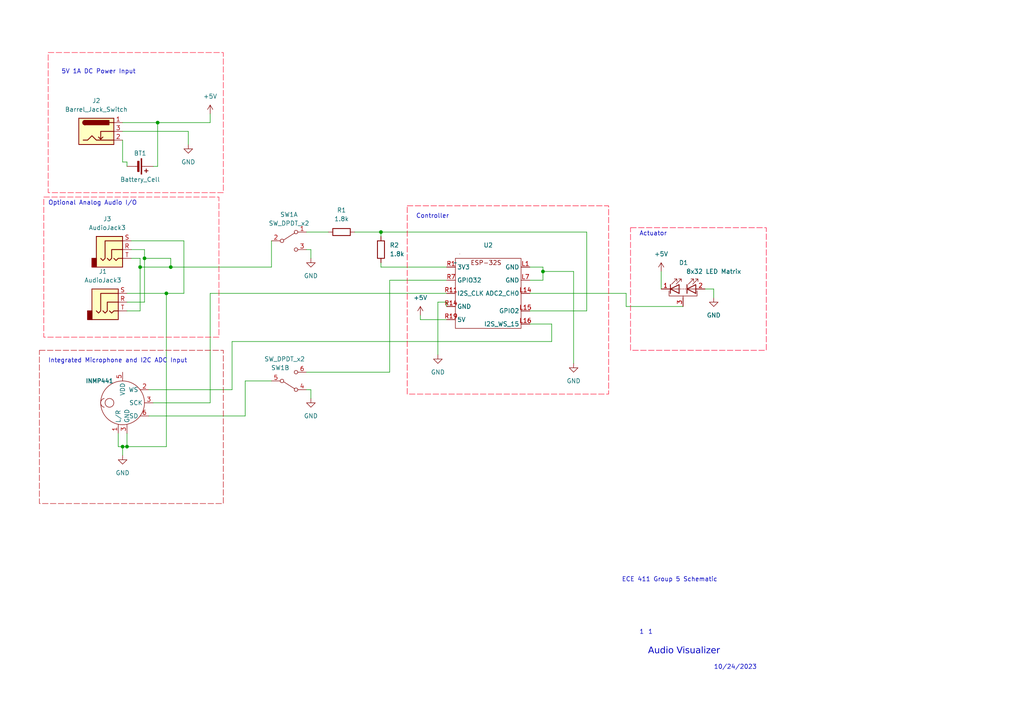
<source format=kicad_sch>
(kicad_sch (version 20230121) (generator eeschema)

  (uuid 8c43228d-0164-4060-9cb4-e34738e82cf4)

  (paper "A4")

  (lib_symbols
    (symbol "Connector:Barrel_Jack_Switch" (pin_names hide) (in_bom yes) (on_board yes)
      (property "Reference" "J" (at 0 5.334 0)
        (effects (font (size 1.27 1.27)))
      )
      (property "Value" "Barrel_Jack_Switch" (at 0 -5.08 0)
        (effects (font (size 1.27 1.27)))
      )
      (property "Footprint" "" (at 1.27 -1.016 0)
        (effects (font (size 1.27 1.27)) hide)
      )
      (property "Datasheet" "~" (at 1.27 -1.016 0)
        (effects (font (size 1.27 1.27)) hide)
      )
      (property "ki_keywords" "DC power barrel jack connector" (at 0 0 0)
        (effects (font (size 1.27 1.27)) hide)
      )
      (property "ki_description" "DC Barrel Jack with an internal switch" (at 0 0 0)
        (effects (font (size 1.27 1.27)) hide)
      )
      (property "ki_fp_filters" "BarrelJack*" (at 0 0 0)
        (effects (font (size 1.27 1.27)) hide)
      )
      (symbol "Barrel_Jack_Switch_0_1"
        (rectangle (start -5.08 3.81) (end 5.08 -3.81)
          (stroke (width 0.254) (type default))
          (fill (type background))
        )
        (arc (start -3.302 3.175) (mid -3.9343 2.54) (end -3.302 1.905)
          (stroke (width 0.254) (type default))
          (fill (type none))
        )
        (arc (start -3.302 3.175) (mid -3.9343 2.54) (end -3.302 1.905)
          (stroke (width 0.254) (type default))
          (fill (type outline))
        )
        (polyline
          (pts
            (xy 1.27 -2.286)
            (xy 1.905 -1.651)
          )
          (stroke (width 0.254) (type default))
          (fill (type none))
        )
        (polyline
          (pts
            (xy 5.08 2.54)
            (xy 3.81 2.54)
          )
          (stroke (width 0.254) (type default))
          (fill (type none))
        )
        (polyline
          (pts
            (xy 5.08 0)
            (xy 1.27 0)
            (xy 1.27 -2.286)
            (xy 0.635 -1.651)
          )
          (stroke (width 0.254) (type default))
          (fill (type none))
        )
        (polyline
          (pts
            (xy -3.81 -2.54)
            (xy -2.54 -2.54)
            (xy -1.27 -1.27)
            (xy 0 -2.54)
            (xy 2.54 -2.54)
            (xy 5.08 -2.54)
          )
          (stroke (width 0.254) (type default))
          (fill (type none))
        )
        (rectangle (start 3.683 3.175) (end -3.302 1.905)
          (stroke (width 0.254) (type default))
          (fill (type outline))
        )
      )
      (symbol "Barrel_Jack_Switch_1_1"
        (pin passive line (at 7.62 2.54 180) (length 2.54)
          (name "~" (effects (font (size 1.27 1.27))))
          (number "1" (effects (font (size 1.27 1.27))))
        )
        (pin passive line (at 7.62 -2.54 180) (length 2.54)
          (name "~" (effects (font (size 1.27 1.27))))
          (number "2" (effects (font (size 1.27 1.27))))
        )
        (pin passive line (at 7.62 0 180) (length 2.54)
          (name "~" (effects (font (size 1.27 1.27))))
          (number "3" (effects (font (size 1.27 1.27))))
        )
      )
    )
    (symbol "Connector_Audio:AudioJack3" (in_bom yes) (on_board yes)
      (property "Reference" "J" (at 0 8.89 0)
        (effects (font (size 1.27 1.27)))
      )
      (property "Value" "AudioJack3" (at 0 6.35 0)
        (effects (font (size 1.27 1.27)))
      )
      (property "Footprint" "" (at 0 0 0)
        (effects (font (size 1.27 1.27)) hide)
      )
      (property "Datasheet" "~" (at 0 0 0)
        (effects (font (size 1.27 1.27)) hide)
      )
      (property "ki_keywords" "audio jack receptacle stereo headphones phones TRS connector" (at 0 0 0)
        (effects (font (size 1.27 1.27)) hide)
      )
      (property "ki_description" "Audio Jack, 3 Poles (Stereo / TRS)" (at 0 0 0)
        (effects (font (size 1.27 1.27)) hide)
      )
      (property "ki_fp_filters" "Jack*" (at 0 0 0)
        (effects (font (size 1.27 1.27)) hide)
      )
      (symbol "AudioJack3_0_1"
        (rectangle (start -5.08 -5.08) (end -6.35 -2.54)
          (stroke (width 0.254) (type default))
          (fill (type outline))
        )
        (polyline
          (pts
            (xy 0 -2.54)
            (xy 0.635 -3.175)
            (xy 1.27 -2.54)
            (xy 2.54 -2.54)
          )
          (stroke (width 0.254) (type default))
          (fill (type none))
        )
        (polyline
          (pts
            (xy -1.905 -2.54)
            (xy -1.27 -3.175)
            (xy -0.635 -2.54)
            (xy -0.635 0)
            (xy 2.54 0)
          )
          (stroke (width 0.254) (type default))
          (fill (type none))
        )
        (polyline
          (pts
            (xy 2.54 2.54)
            (xy -2.54 2.54)
            (xy -2.54 -2.54)
            (xy -3.175 -3.175)
            (xy -3.81 -2.54)
          )
          (stroke (width 0.254) (type default))
          (fill (type none))
        )
        (rectangle (start 2.54 3.81) (end -5.08 -5.08)
          (stroke (width 0.254) (type default))
          (fill (type background))
        )
      )
      (symbol "AudioJack3_1_1"
        (pin passive line (at 5.08 0 180) (length 2.54)
          (name "~" (effects (font (size 1.27 1.27))))
          (number "R" (effects (font (size 1.27 1.27))))
        )
        (pin passive line (at 5.08 2.54 180) (length 2.54)
          (name "~" (effects (font (size 1.27 1.27))))
          (number "S" (effects (font (size 1.27 1.27))))
        )
        (pin passive line (at 5.08 -2.54 180) (length 2.54)
          (name "~" (effects (font (size 1.27 1.27))))
          (number "T" (effects (font (size 1.27 1.27))))
        )
      )
    )
    (symbol "Device:Battery_Cell" (pin_numbers hide) (pin_names (offset 0) hide) (in_bom yes) (on_board yes)
      (property "Reference" "BT" (at 2.54 2.54 0)
        (effects (font (size 1.27 1.27)) (justify left))
      )
      (property "Value" "Battery_Cell" (at 2.54 0 0)
        (effects (font (size 1.27 1.27)) (justify left))
      )
      (property "Footprint" "" (at 0 1.524 90)
        (effects (font (size 1.27 1.27)) hide)
      )
      (property "Datasheet" "~" (at 0 1.524 90)
        (effects (font (size 1.27 1.27)) hide)
      )
      (property "ki_keywords" "battery cell" (at 0 0 0)
        (effects (font (size 1.27 1.27)) hide)
      )
      (property "ki_description" "Single-cell battery" (at 0 0 0)
        (effects (font (size 1.27 1.27)) hide)
      )
      (symbol "Battery_Cell_0_1"
        (rectangle (start -2.286 1.778) (end 2.286 1.524)
          (stroke (width 0) (type default))
          (fill (type outline))
        )
        (rectangle (start -1.524 1.016) (end 1.524 0.508)
          (stroke (width 0) (type default))
          (fill (type outline))
        )
        (polyline
          (pts
            (xy 0 0.762)
            (xy 0 0)
          )
          (stroke (width 0) (type default))
          (fill (type none))
        )
        (polyline
          (pts
            (xy 0 1.778)
            (xy 0 2.54)
          )
          (stroke (width 0) (type default))
          (fill (type none))
        )
        (polyline
          (pts
            (xy 0.762 3.048)
            (xy 1.778 3.048)
          )
          (stroke (width 0.254) (type default))
          (fill (type none))
        )
        (polyline
          (pts
            (xy 1.27 3.556)
            (xy 1.27 2.54)
          )
          (stroke (width 0.254) (type default))
          (fill (type none))
        )
      )
      (symbol "Battery_Cell_1_1"
        (pin passive line (at 0 5.08 270) (length 2.54)
          (name "+" (effects (font (size 1.27 1.27))))
          (number "1" (effects (font (size 1.27 1.27))))
        )
        (pin passive line (at 0 -2.54 90) (length 2.54)
          (name "-" (effects (font (size 1.27 1.27))))
          (number "2" (effects (font (size 1.27 1.27))))
        )
      )
    )
    (symbol "Device:LED_Series_Pad" (pin_names (offset 1.016) hide) (in_bom yes) (on_board yes)
      (property "Reference" "D" (at 0 5.715 0)
        (effects (font (size 1.27 1.27)))
      )
      (property "Value" "LED_Series_Pad" (at 0 3.81 0)
        (effects (font (size 1.27 1.27)))
      )
      (property "Footprint" "" (at -2.54 0 0)
        (effects (font (size 1.27 1.27)) hide)
      )
      (property "Datasheet" "~" (at -2.54 0 0)
        (effects (font (size 1.27 1.27)) hide)
      )
      (property "ki_keywords" "LED diode pad" (at 0 0 0)
        (effects (font (size 1.27 1.27)) hide)
      )
      (property "ki_description" "Several LEDs in series with exposed pad" (at 0 0 0)
        (effects (font (size 1.27 1.27)) hide)
      )
      (property "ki_fp_filters" "LED* LED_SMD:* LED_THT:*" (at 0 0 0)
        (effects (font (size 1.27 1.27)) hide)
      )
      (symbol "LED_Series_Pad_0_1"
        (polyline
          (pts
            (xy -3.81 0)
            (xy -1.016 0)
          )
          (stroke (width 0) (type default))
          (fill (type none))
        )
        (polyline
          (pts
            (xy -3.683 -1.27)
            (xy -3.683 1.27)
          )
          (stroke (width 0.254) (type default))
          (fill (type none))
        )
        (polyline
          (pts
            (xy -0.508 0)
            (xy -0.762 0)
          )
          (stroke (width 0) (type default))
          (fill (type none))
        )
        (polyline
          (pts
            (xy 0 -2.54)
            (xy 0 -2.032)
          )
          (stroke (width 0) (type default))
          (fill (type none))
        )
        (polyline
          (pts
            (xy 0.127 0)
            (xy -0.127 0)
          )
          (stroke (width 0) (type default))
          (fill (type none))
        )
        (polyline
          (pts
            (xy 0.508 0)
            (xy 0.762 0)
          )
          (stroke (width 0) (type default))
          (fill (type none))
        )
        (polyline
          (pts
            (xy 1.016 0)
            (xy 3.81 0)
          )
          (stroke (width 0) (type default))
          (fill (type none))
        )
        (polyline
          (pts
            (xy 1.143 -1.27)
            (xy 1.143 1.27)
          )
          (stroke (width 0.254) (type default))
          (fill (type none))
        )
        (polyline
          (pts
            (xy -4.064 -0.508)
            (xy -4.064 -2.032)
            (xy 4.064 -2.032)
            (xy 4.064 -0.508)
          )
          (stroke (width 0) (type default))
          (fill (type none))
        )
        (polyline
          (pts
            (xy -1.143 -1.27)
            (xy -1.143 1.27)
            (xy -3.683 0)
            (xy -1.143 -1.27)
          )
          (stroke (width 0.254) (type default))
          (fill (type none))
        )
        (polyline
          (pts
            (xy 3.683 -1.27)
            (xy 3.683 1.27)
            (xy 1.143 0)
            (xy 3.683 -1.27)
          )
          (stroke (width 0.254) (type default))
          (fill (type none))
        )
        (polyline
          (pts
            (xy -3.302 1.397)
            (xy -1.778 2.921)
            (xy -2.54 2.921)
            (xy -1.778 2.921)
            (xy -1.778 2.159)
          )
          (stroke (width 0) (type default))
          (fill (type none))
        )
        (polyline
          (pts
            (xy -2.032 1.397)
            (xy -0.508 2.921)
            (xy -1.27 2.921)
            (xy -0.508 2.921)
            (xy -0.508 2.159)
          )
          (stroke (width 0) (type default))
          (fill (type none))
        )
        (polyline
          (pts
            (xy 1.524 1.397)
            (xy 3.048 2.921)
            (xy 2.286 2.921)
            (xy 3.048 2.921)
            (xy 3.048 2.159)
          )
          (stroke (width 0) (type default))
          (fill (type none))
        )
        (polyline
          (pts
            (xy 2.794 1.397)
            (xy 4.318 2.921)
            (xy 3.556 2.921)
            (xy 4.318 2.921)
            (xy 4.318 2.159)
          )
          (stroke (width 0) (type default))
          (fill (type none))
        )
      )
      (symbol "LED_Series_Pad_1_1"
        (pin passive line (at -6.35 0 0) (length 2.54)
          (name "K" (effects (font (size 1.27 1.27))))
          (number "1" (effects (font (size 1.27 1.27))))
        )
        (pin passive line (at 6.35 0 180) (length 2.54)
          (name "A" (effects (font (size 1.27 1.27))))
          (number "2" (effects (font (size 1.27 1.27))))
        )
        (pin passive line (at 0 -5.08 90) (length 2.54)
          (name "PAD" (effects (font (size 1.27 1.27))))
          (number "3" (effects (font (size 1.27 1.27))))
        )
      )
    )
    (symbol "Device:R" (pin_numbers hide) (pin_names (offset 0)) (in_bom yes) (on_board yes)
      (property "Reference" "R" (at 2.032 0 90)
        (effects (font (size 1.27 1.27)))
      )
      (property "Value" "R" (at 0 0 90)
        (effects (font (size 1.27 1.27)))
      )
      (property "Footprint" "" (at -1.778 0 90)
        (effects (font (size 1.27 1.27)) hide)
      )
      (property "Datasheet" "~" (at 0 0 0)
        (effects (font (size 1.27 1.27)) hide)
      )
      (property "ki_keywords" "R res resistor" (at 0 0 0)
        (effects (font (size 1.27 1.27)) hide)
      )
      (property "ki_description" "Resistor" (at 0 0 0)
        (effects (font (size 1.27 1.27)) hide)
      )
      (property "ki_fp_filters" "R_*" (at 0 0 0)
        (effects (font (size 1.27 1.27)) hide)
      )
      (symbol "R_0_1"
        (rectangle (start -1.016 -2.54) (end 1.016 2.54)
          (stroke (width 0.254) (type default))
          (fill (type none))
        )
      )
      (symbol "R_1_1"
        (pin passive line (at 0 3.81 270) (length 1.27)
          (name "~" (effects (font (size 1.27 1.27))))
          (number "1" (effects (font (size 1.27 1.27))))
        )
        (pin passive line (at 0 -3.81 90) (length 1.27)
          (name "~" (effects (font (size 1.27 1.27))))
          (number "2" (effects (font (size 1.27 1.27))))
        )
      )
    )
    (symbol "ESP32_Spectogram_controller_1" (in_bom yes) (on_board yes)
      (property "Reference" "U" (at 12.7 -6.35 0)
        (effects (font (size 1.27 1.27)))
      )
      (property "Value" "" (at 15.24 -10.16 0)
        (effects (font (size 1.27 1.27)))
      )
      (property "Footprint" "" (at 15.24 -10.16 0)
        (effects (font (size 1.27 1.27)) hide)
      )
      (property "Datasheet" "" (at 15.24 -10.16 0)
        (effects (font (size 1.27 1.27)) hide)
      )
      (symbol "ESP32_Spectogram_controller_1_0_1"
        (rectangle (start 15.24 -8.89) (end 34.29 -29.21)
          (stroke (width 0) (type default))
          (fill (type none))
        )
        (rectangle (start 16.51 -7.62) (end 16.51 -7.62)
          (stroke (width 0) (type default))
          (fill (type none))
        )
      )
      (symbol "ESP32_Spectogram_controller_1_1_1"
        (text "ESP-32S" (at 24.13 -10.16 0)
          (effects (font (size 1.27 1.27)))
        )
        (pin input line (at 36.83 -11.43 180) (length 2.54)
          (name "GND" (effects (font (size 1.27 1.27))))
          (number "L1" (effects (font (size 1.27 1.27))))
        )
        (pin input line (at 36.83 -19.05 180) (length 2.54)
          (name "ADC2_CH0" (effects (font (size 1.27 1.27))))
          (number "L14" (effects (font (size 1.27 1.27))))
        )
        (pin input line (at 36.83 -24.13 180) (length 2.54)
          (name "GPIO2" (effects (font (size 1.27 1.27))))
          (number "L15" (effects (font (size 1.27 1.27))))
        )
        (pin input line (at 36.83 -27.94 180) (length 2.54)
          (name "I2S_WS_15" (effects (font (size 1.27 1.27))))
          (number "L16" (effects (font (size 1.27 1.27))))
        )
        (pin input line (at 36.83 -15.24 180) (length 2.54)
          (name "GND" (effects (font (size 1.27 1.27))))
          (number "L7" (effects (font (size 1.27 1.27))))
        )
        (pin power_out line (at 12.7 -11.43 0) (length 2.54)
          (name "3V3" (effects (font (size 1.27 1.27))))
          (number "R1" (effects (font (size 1.27 1.27))))
        )
        (pin input line (at 12.7 -19.05 0) (length 2.54)
          (name "I2S_CLK" (effects (font (size 1.27 1.27))))
          (number "R11" (effects (font (size 1.27 1.27))))
        )
        (pin input line (at 12.7 -22.86 0) (length 2.54)
          (name "GND" (effects (font (size 1.27 1.27))))
          (number "R14" (effects (font (size 1.27 1.27))))
        )
        (pin power_out line (at 12.7 -26.67 0) (length 2.54)
          (name "5V" (effects (font (size 1.27 1.27))))
          (number "R19" (effects (font (size 1.27 1.27))))
        )
        (pin input line (at 12.7 -15.24 0) (length 2.54)
          (name "GPIO32" (effects (font (size 1.27 1.27))))
          (number "R7" (effects (font (size 1.27 1.27))))
        )
      )
    )
    (symbol "Sensor_Audio:SPH0645LM4H" (in_bom yes) (on_board yes)
      (property "Reference" "Mic" (at -7.62 6.35 0)
        (effects (font (size 1.27 1.27)) (justify left) hide)
      )
      (property "Value" "INMP441" (at -2.54 1.27 0)
        (effects (font (size 0.8 0.8) bold) (justify left))
      )
      (property "Footprint" "" (at 3.81 -7.62 0)
        (effects (font (size 1.27 1.27)) hide)
      )
      (property "Datasheet" "" (at 3.81 -7.62 0)
        (effects (font (size 1.27 1.27)) hide)
      )
      (property "ki_keywords" "microphone MEMS I2S 24bit Knowles SPH0645LM4H Crawford" (at 0 0 0)
        (effects (font (size 1.27 1.27)) hide)
      )
      (property "ki_description" "Knowles MEMS Microphone, 24-bit I2S, 65 dBA SNR, LGA-6" (at 0 0 0)
        (effects (font (size 1.27 1.27)) hide)
      )
      (property "ki_fp_filters" "Knowles*SPH0645LM4H*" (at 0 0 0)
        (effects (font (size 1.27 1.27)) hide)
      )
      (symbol "SPH0645LM4H_0_1"
        (rectangle (start -6.35 0) (end -6.35 0)
          (stroke (width 0) (type default))
          (fill (type none))
        )
        (arc (start -5.3312 1.27) (mid -6.3746 0) (end -5.3312 -1.27)
          (stroke (width 0) (type default))
          (fill (type none))
        )
        (circle (center -3.81 0) (radius 1.27)
          (stroke (width 0) (type default))
          (fill (type none))
        )
        (circle (center 0 0) (radius 6.35)
          (stroke (width 0) (type default))
          (fill (type none))
        )
      )
      (symbol "SPH0645LM4H_1_1"
        (pin output line (at -1.27 -8.89 90) (length 2.54)
          (name "L/R" (effects (font (size 1.27 1.27))))
          (number "1" (effects (font (size 1.27 1.27))))
        )
        (pin output line (at 7.62 3.81 180) (length 2.54)
          (name "WS" (effects (font (size 1.27 1.27))))
          (number "2" (effects (font (size 1.27 1.27))))
        )
        (pin power_out line (at 1.27 -8.89 90) (length 2.54)
          (name "GND" (effects (font (size 1.27 1.27))))
          (number "3" (effects (font (size 1.27 1.27))))
        )
        (pin input line (at 8.89 0 180) (length 2.54)
          (name "SCK" (effects (font (size 1.27 1.27))))
          (number "3" (effects (font (size 1.27 1.27))))
        )
        (pin power_in line (at 0 8.89 270) (length 2.54)
          (name "VDD" (effects (font (size 1.27 1.27))))
          (number "5" (effects (font (size 1.27 1.27))))
        )
        (pin output line (at 7.62 -3.81 180) (length 2.54)
          (name "SD" (effects (font (size 1.27 1.27))))
          (number "6" (effects (font (size 1.27 1.27))))
        )
      )
    )
    (symbol "Switch:SW_DPDT_x2" (pin_names (offset 0) hide) (in_bom yes) (on_board yes)
      (property "Reference" "SW" (at 0 4.318 0)
        (effects (font (size 1.27 1.27)))
      )
      (property "Value" "SW_DPDT_x2" (at 0 -5.08 0)
        (effects (font (size 1.27 1.27)))
      )
      (property "Footprint" "" (at 0 0 0)
        (effects (font (size 1.27 1.27)) hide)
      )
      (property "Datasheet" "~" (at 0 0 0)
        (effects (font (size 1.27 1.27)) hide)
      )
      (property "ki_keywords" "switch dual-pole double-throw DPDT spdt ON-ON" (at 0 0 0)
        (effects (font (size 1.27 1.27)) hide)
      )
      (property "ki_description" "Switch, dual pole double throw, separate symbols" (at 0 0 0)
        (effects (font (size 1.27 1.27)) hide)
      )
      (property "ki_fp_filters" "SW*DPDT*" (at 0 0 0)
        (effects (font (size 1.27 1.27)) hide)
      )
      (symbol "SW_DPDT_x2_0_0"
        (circle (center -2.032 0) (radius 0.508)
          (stroke (width 0) (type default))
          (fill (type none))
        )
        (circle (center 2.032 -2.54) (radius 0.508)
          (stroke (width 0) (type default))
          (fill (type none))
        )
      )
      (symbol "SW_DPDT_x2_0_1"
        (polyline
          (pts
            (xy -1.524 0.254)
            (xy 1.651 2.286)
          )
          (stroke (width 0) (type default))
          (fill (type none))
        )
        (circle (center 2.032 2.54) (radius 0.508)
          (stroke (width 0) (type default))
          (fill (type none))
        )
      )
      (symbol "SW_DPDT_x2_1_1"
        (pin passive line (at 5.08 2.54 180) (length 2.54)
          (name "A" (effects (font (size 1.27 1.27))))
          (number "1" (effects (font (size 1.27 1.27))))
        )
        (pin passive line (at -5.08 0 0) (length 2.54)
          (name "B" (effects (font (size 1.27 1.27))))
          (number "2" (effects (font (size 1.27 1.27))))
        )
        (pin passive line (at 5.08 -2.54 180) (length 2.54)
          (name "C" (effects (font (size 1.27 1.27))))
          (number "3" (effects (font (size 1.27 1.27))))
        )
      )
      (symbol "SW_DPDT_x2_2_1"
        (pin passive line (at 5.08 2.54 180) (length 2.54)
          (name "A" (effects (font (size 1.27 1.27))))
          (number "4" (effects (font (size 1.27 1.27))))
        )
        (pin passive line (at -5.08 0 0) (length 2.54)
          (name "B" (effects (font (size 1.27 1.27))))
          (number "5" (effects (font (size 1.27 1.27))))
        )
        (pin passive line (at 5.08 -2.54 180) (length 2.54)
          (name "C" (effects (font (size 1.27 1.27))))
          (number "6" (effects (font (size 1.27 1.27))))
        )
      )
    )
    (symbol "power:+5V" (power) (pin_names (offset 0)) (in_bom yes) (on_board yes)
      (property "Reference" "#PWR" (at 0 -3.81 0)
        (effects (font (size 1.27 1.27)) hide)
      )
      (property "Value" "+5V" (at 0 3.556 0)
        (effects (font (size 1.27 1.27)))
      )
      (property "Footprint" "" (at 0 0 0)
        (effects (font (size 1.27 1.27)) hide)
      )
      (property "Datasheet" "" (at 0 0 0)
        (effects (font (size 1.27 1.27)) hide)
      )
      (property "ki_keywords" "global power" (at 0 0 0)
        (effects (font (size 1.27 1.27)) hide)
      )
      (property "ki_description" "Power symbol creates a global label with name \"+5V\"" (at 0 0 0)
        (effects (font (size 1.27 1.27)) hide)
      )
      (symbol "+5V_0_1"
        (polyline
          (pts
            (xy -0.762 1.27)
            (xy 0 2.54)
          )
          (stroke (width 0) (type default))
          (fill (type none))
        )
        (polyline
          (pts
            (xy 0 0)
            (xy 0 2.54)
          )
          (stroke (width 0) (type default))
          (fill (type none))
        )
        (polyline
          (pts
            (xy 0 2.54)
            (xy 0.762 1.27)
          )
          (stroke (width 0) (type default))
          (fill (type none))
        )
      )
      (symbol "+5V_1_1"
        (pin power_in line (at 0 0 90) (length 0) hide
          (name "+5V" (effects (font (size 1.27 1.27))))
          (number "1" (effects (font (size 1.27 1.27))))
        )
      )
    )
    (symbol "power:GND" (power) (pin_names (offset 0)) (in_bom yes) (on_board yes)
      (property "Reference" "#PWR" (at 0 -6.35 0)
        (effects (font (size 1.27 1.27)) hide)
      )
      (property "Value" "GND" (at 0 -3.81 0)
        (effects (font (size 1.27 1.27)))
      )
      (property "Footprint" "" (at 0 0 0)
        (effects (font (size 1.27 1.27)) hide)
      )
      (property "Datasheet" "" (at 0 0 0)
        (effects (font (size 1.27 1.27)) hide)
      )
      (property "ki_keywords" "global power" (at 0 0 0)
        (effects (font (size 1.27 1.27)) hide)
      )
      (property "ki_description" "Power symbol creates a global label with name \"GND\" , ground" (at 0 0 0)
        (effects (font (size 1.27 1.27)) hide)
      )
      (symbol "GND_0_1"
        (polyline
          (pts
            (xy 0 0)
            (xy 0 -1.27)
            (xy 1.27 -1.27)
            (xy 0 -2.54)
            (xy -1.27 -1.27)
            (xy 0 -1.27)
          )
          (stroke (width 0) (type default))
          (fill (type none))
        )
      )
      (symbol "GND_1_1"
        (pin power_in line (at 0 0 270) (length 0) hide
          (name "GND" (effects (font (size 1.27 1.27))))
          (number "1" (effects (font (size 1.27 1.27))))
        )
      )
    )
  )

  (junction (at 48.26 85.09) (diameter 0) (color 0 0 0 0)
    (uuid 1c5cacf7-6e3d-43f9-9eae-065090b5fe2c)
  )
  (junction (at 40.64 77.47) (diameter 0) (color 0 0 0 0)
    (uuid 318e4c19-a56e-4fa5-b221-bde04ba95b29)
  )
  (junction (at 41.91 74.93) (diameter 0) (color 0 0 0 0)
    (uuid 6452e845-75a2-4de0-8967-4a434da8a89c)
  )
  (junction (at 35.56 129.54) (diameter 0) (color 0 0 0 0)
    (uuid 776cf542-066c-41e7-9d2f-d25428795444)
  )
  (junction (at 157.48 78.74) (diameter 0) (color 0 0 0 0)
    (uuid 81b86607-e48c-4cb0-b1af-9a2f9992c818)
  )
  (junction (at 45.72 35.56) (diameter 0) (color 0 0 0 0)
    (uuid afcb07a5-402f-41df-a243-054b5fd988a5)
  )
  (junction (at 49.53 77.47) (diameter 0) (color 0 0 0 0)
    (uuid e0577d36-30d7-4111-869c-ad9b537997c4)
  )
  (junction (at 110.49 67.31) (diameter 0) (color 0 0 0 0)
    (uuid e0828fc8-7ce0-4a76-ae50-ce6802c759ba)
  )
  (junction (at 36.83 129.54) (diameter 0) (color 0 0 0 0)
    (uuid f5fdc75a-292b-4794-ac5f-9071a2a3e2c4)
  )

  (wire (pts (xy 60.96 35.56) (xy 45.72 35.56))
    (stroke (width 0) (type default))
    (uuid 01db6619-4157-4df5-a451-ce78cd201581)
  )
  (wire (pts (xy 48.26 85.09) (xy 48.26 129.54))
    (stroke (width 0) (type default))
    (uuid 11406ee7-5b93-4bc4-9153-aa94d6aa4f27)
  )
  (wire (pts (xy 88.9 67.31) (xy 95.25 67.31))
    (stroke (width 0) (type default))
    (uuid 114881fe-0776-4aab-ba5a-e9387389aa78)
  )
  (wire (pts (xy 36.83 90.17) (xy 40.64 90.17))
    (stroke (width 0) (type default))
    (uuid 15177d42-fabd-442b-8324-0ffd774d71e8)
  )
  (wire (pts (xy 110.49 76.2) (xy 110.49 77.47))
    (stroke (width 0) (type default))
    (uuid 1c921193-dc13-4dfc-8fe2-75be5f3b6532)
  )
  (wire (pts (xy 90.17 113.03) (xy 90.17 115.57))
    (stroke (width 0) (type default))
    (uuid 221f7707-16eb-4ace-9fee-2facef59011a)
  )
  (wire (pts (xy 34.29 129.54) (xy 35.56 129.54))
    (stroke (width 0) (type default))
    (uuid 22d4a24b-49f7-4519-8c22-7fdfcbaaf190)
  )
  (wire (pts (xy 157.48 78.74) (xy 157.48 81.28))
    (stroke (width 0) (type default))
    (uuid 27d96ab2-bd15-4563-8f62-76f6a590c036)
  )
  (wire (pts (xy 129.54 87.63) (xy 129.54 88.9))
    (stroke (width 0) (type default))
    (uuid 2f33cd07-a92d-4e4e-8e16-6b9ea320f9b2)
  )
  (wire (pts (xy 181.61 88.9) (xy 198.12 88.9))
    (stroke (width 0) (type default))
    (uuid 3077bbc3-eb92-4d24-a2fd-2a614537a262)
  )
  (wire (pts (xy 35.56 38.1) (xy 54.61 38.1))
    (stroke (width 0) (type default))
    (uuid 3a9bc29c-730d-445d-9085-bde88c4ad5ca)
  )
  (wire (pts (xy 41.91 74.93) (xy 41.91 87.63))
    (stroke (width 0) (type default))
    (uuid 465c6e0f-f9e6-4c28-bd96-b1fcd33011c9)
  )
  (wire (pts (xy 48.26 85.09) (xy 53.34 85.09))
    (stroke (width 0) (type default))
    (uuid 47ebc56d-a749-490f-8cf6-ec37996b810c)
  )
  (wire (pts (xy 45.72 48.26) (xy 44.45 48.26))
    (stroke (width 0) (type default))
    (uuid 4a729ab9-dfb3-47ec-ac81-9d1fe1d222cc)
  )
  (wire (pts (xy 113.03 81.28) (xy 129.54 81.28))
    (stroke (width 0) (type default))
    (uuid 4bc73e1c-b348-4e2a-85f2-3bdb047fe5b5)
  )
  (wire (pts (xy 45.72 48.26) (xy 45.72 35.56))
    (stroke (width 0) (type default))
    (uuid 4c367486-113e-4dff-9624-1c6d374f16a6)
  )
  (wire (pts (xy 35.56 129.54) (xy 35.56 132.08))
    (stroke (width 0) (type default))
    (uuid 501b0335-b2ee-48ee-8600-c7f750188bda)
  )
  (wire (pts (xy 110.49 77.47) (xy 129.54 77.47))
    (stroke (width 0) (type default))
    (uuid 5291cfd4-ed7d-4e33-95a3-a36d85f46102)
  )
  (wire (pts (xy 36.83 46.99) (xy 35.56 46.99))
    (stroke (width 0) (type default))
    (uuid 559a1a29-abc6-438c-b837-980c5b01e49e)
  )
  (wire (pts (xy 36.83 85.09) (xy 48.26 85.09))
    (stroke (width 0) (type default))
    (uuid 5d4bd517-3bb8-4f43-bc27-8aea43e3a214)
  )
  (wire (pts (xy 129.54 85.09) (xy 60.96 85.09))
    (stroke (width 0) (type default))
    (uuid 5e4e0b1c-9721-422b-acdf-08540d21decb)
  )
  (wire (pts (xy 153.67 77.47) (xy 157.48 77.47))
    (stroke (width 0) (type default))
    (uuid 67b1b623-354b-439d-a006-144a6dec59ef)
  )
  (wire (pts (xy 204.47 83.82) (xy 207.01 83.82))
    (stroke (width 0) (type default))
    (uuid 68311ff1-2a03-468d-af6e-f7dd6dcf4e75)
  )
  (wire (pts (xy 53.34 69.85) (xy 53.34 85.09))
    (stroke (width 0) (type default))
    (uuid 6930e259-13fc-4d9b-a326-139cc88a7ff6)
  )
  (wire (pts (xy 71.12 120.65) (xy 71.12 110.49))
    (stroke (width 0) (type default))
    (uuid 6fec88f5-458c-417c-a7f9-35089d9bba4b)
  )
  (wire (pts (xy 40.64 77.47) (xy 40.64 90.17))
    (stroke (width 0) (type default))
    (uuid 702679f3-a59b-49c2-a645-03d537afed45)
  )
  (wire (pts (xy 88.9 72.39) (xy 90.17 72.39))
    (stroke (width 0) (type default))
    (uuid 712d3258-7ed8-4e28-86cb-5e03836d0bf4)
  )
  (wire (pts (xy 160.02 93.98) (xy 153.67 93.98))
    (stroke (width 0) (type default))
    (uuid 71cc59c7-10fa-4716-9f41-cc6c60807056)
  )
  (wire (pts (xy 160.02 93.98) (xy 160.02 99.06))
    (stroke (width 0) (type default))
    (uuid 73bfaba2-2f15-46c1-be14-86f3c9e396ff)
  )
  (wire (pts (xy 127 87.63) (xy 127 102.87))
    (stroke (width 0) (type default))
    (uuid 7a17d6e1-8bc6-44fc-ae87-a72701832cc3)
  )
  (wire (pts (xy 43.18 113.03) (xy 67.31 113.03))
    (stroke (width 0) (type default))
    (uuid 7c09927a-ff3f-41b9-b92a-bd468e64875e)
  )
  (wire (pts (xy 40.64 77.47) (xy 49.53 77.47))
    (stroke (width 0) (type default))
    (uuid 7ee1c6b8-b4d4-41da-b285-2b6ba0ad8a00)
  )
  (wire (pts (xy 90.17 72.39) (xy 90.17 74.93))
    (stroke (width 0) (type default))
    (uuid 801907fe-ecf0-4686-b6b3-27f8245f1dd2)
  )
  (wire (pts (xy 67.31 113.03) (xy 67.31 99.06))
    (stroke (width 0) (type default))
    (uuid 8333c3d9-4b7c-4350-ba5e-cc03881d5b6d)
  )
  (wire (pts (xy 78.74 77.47) (xy 78.74 69.85))
    (stroke (width 0) (type default))
    (uuid 88c4e8ae-7848-4824-9e87-e325f8266478)
  )
  (wire (pts (xy 35.56 129.54) (xy 36.83 129.54))
    (stroke (width 0) (type default))
    (uuid 928cab91-ff76-4fea-841c-6b90cea3f21a)
  )
  (wire (pts (xy 41.91 87.63) (xy 36.83 87.63))
    (stroke (width 0) (type default))
    (uuid 98361271-35bc-44ac-97ce-f24cd09505e1)
  )
  (wire (pts (xy 67.31 99.06) (xy 160.02 99.06))
    (stroke (width 0) (type default))
    (uuid 9979d5a1-5d3d-48c4-b09c-cfa57e5544e0)
  )
  (wire (pts (xy 38.1 72.39) (xy 41.91 72.39))
    (stroke (width 0) (type default))
    (uuid 9989a1e2-c2c4-492e-a4d4-df94d07401e8)
  )
  (wire (pts (xy 191.77 78.74) (xy 191.77 83.82))
    (stroke (width 0) (type default))
    (uuid 9c1a57c2-fe04-4d49-b350-c643f895fa03)
  )
  (wire (pts (xy 207.01 83.82) (xy 207.01 86.36))
    (stroke (width 0) (type default))
    (uuid 9db7d262-1970-4a69-bdee-bb991de7c5fa)
  )
  (wire (pts (xy 181.61 85.09) (xy 153.67 85.09))
    (stroke (width 0) (type default))
    (uuid a055dfac-a622-49ba-a55d-fb866f1dcace)
  )
  (wire (pts (xy 54.61 38.1) (xy 54.61 41.91))
    (stroke (width 0) (type default))
    (uuid a22d2587-aeb3-482a-8587-40836863f62d)
  )
  (wire (pts (xy 49.53 77.47) (xy 78.74 77.47))
    (stroke (width 0) (type default))
    (uuid a97919d6-e139-4a82-8a9f-76e861729f3e)
  )
  (wire (pts (xy 121.92 91.44) (xy 121.92 92.71))
    (stroke (width 0) (type default))
    (uuid ad698e7e-dfc5-4a72-b927-c86205bcfd6c)
  )
  (wire (pts (xy 88.9 107.95) (xy 113.03 107.95))
    (stroke (width 0) (type default))
    (uuid b4604a58-4198-4e6d-82d6-c02f6d29a3dd)
  )
  (wire (pts (xy 35.56 35.56) (xy 45.72 35.56))
    (stroke (width 0) (type default))
    (uuid b4c48e3e-d07a-4b1b-9bed-444b717b4fca)
  )
  (wire (pts (xy 60.96 33.02) (xy 60.96 35.56))
    (stroke (width 0) (type default))
    (uuid bc5634d5-4658-4aa6-bda2-8c66c4d9f3c2)
  )
  (wire (pts (xy 60.96 85.09) (xy 60.96 116.84))
    (stroke (width 0) (type default))
    (uuid c2cef58d-27b8-4fce-b85a-79275524b609)
  )
  (wire (pts (xy 36.83 129.54) (xy 36.83 125.73))
    (stroke (width 0) (type default))
    (uuid c5390f65-9b59-447a-be4e-a7d1ceea2e7c)
  )
  (wire (pts (xy 48.26 129.54) (xy 36.83 129.54))
    (stroke (width 0) (type default))
    (uuid c6a8ba32-2516-4a54-bc2d-0e8562d1ee45)
  )
  (wire (pts (xy 129.54 92.71) (xy 121.92 92.71))
    (stroke (width 0) (type default))
    (uuid c74a43b3-767a-4349-8f49-4862f55b783c)
  )
  (wire (pts (xy 38.1 69.85) (xy 53.34 69.85))
    (stroke (width 0) (type default))
    (uuid c84d68bc-a8b6-469d-a73d-dc478eb2197c)
  )
  (wire (pts (xy 41.91 74.93) (xy 49.53 74.93))
    (stroke (width 0) (type default))
    (uuid ce3e544f-4505-42f6-8c50-fbb4f70cfa1c)
  )
  (wire (pts (xy 41.91 72.39) (xy 41.91 74.93))
    (stroke (width 0) (type default))
    (uuid d3fdff95-0701-4be3-b0d0-66b14b71af13)
  )
  (wire (pts (xy 113.03 107.95) (xy 113.03 81.28))
    (stroke (width 0) (type default))
    (uuid d66db2f4-ac17-4efa-9127-7a3aadab8ded)
  )
  (wire (pts (xy 110.49 67.31) (xy 170.18 67.31))
    (stroke (width 0) (type default))
    (uuid d6a9c4a5-114a-43d1-b226-a12bcfcf1ab6)
  )
  (wire (pts (xy 129.54 87.63) (xy 127 87.63))
    (stroke (width 0) (type default))
    (uuid d6dd8adc-b4e3-463c-847f-ddf80cfd8506)
  )
  (wire (pts (xy 34.29 125.73) (xy 34.29 129.54))
    (stroke (width 0) (type default))
    (uuid daa5bd15-3ca8-4ca2-a0bc-3bb458f74294)
  )
  (wire (pts (xy 166.37 78.74) (xy 166.37 105.41))
    (stroke (width 0) (type default))
    (uuid dcb8ccad-32df-4ee3-a573-f306d302f7ac)
  )
  (wire (pts (xy 71.12 110.49) (xy 78.74 110.49))
    (stroke (width 0) (type default))
    (uuid df52879d-1999-4f1e-bab1-3093e2987250)
  )
  (wire (pts (xy 60.96 116.84) (xy 44.45 116.84))
    (stroke (width 0) (type default))
    (uuid e23f6030-fc94-4248-ad9d-41357baec97c)
  )
  (wire (pts (xy 157.48 77.47) (xy 157.48 78.74))
    (stroke (width 0) (type default))
    (uuid e459bf7d-ec49-4d05-ae20-ca5d89dab64f)
  )
  (wire (pts (xy 36.83 46.99) (xy 36.83 48.26))
    (stroke (width 0) (type default))
    (uuid e8c60c1b-7716-49e0-b3c7-20485b2946c8)
  )
  (wire (pts (xy 40.64 74.93) (xy 40.64 77.47))
    (stroke (width 0) (type default))
    (uuid ec268a69-4c6f-461b-a594-a9d1aec19264)
  )
  (wire (pts (xy 157.48 78.74) (xy 166.37 78.74))
    (stroke (width 0) (type default))
    (uuid ec617e05-4042-479e-b688-49871730ab47)
  )
  (wire (pts (xy 110.49 67.31) (xy 110.49 68.58))
    (stroke (width 0) (type default))
    (uuid eccfb61f-15c3-41b1-aa8a-12a5d121245e)
  )
  (wire (pts (xy 181.61 88.9) (xy 181.61 85.09))
    (stroke (width 0) (type default))
    (uuid ecf8559d-acb2-4474-a740-c202454c2179)
  )
  (wire (pts (xy 170.18 67.31) (xy 170.18 90.17))
    (stroke (width 0) (type default))
    (uuid ef1ad749-05a5-4c7b-85f2-d1beeaa98734)
  )
  (wire (pts (xy 153.67 81.28) (xy 157.48 81.28))
    (stroke (width 0) (type default))
    (uuid ef8f7a76-671b-485b-b7fd-d388eff65f4c)
  )
  (wire (pts (xy 102.87 67.31) (xy 110.49 67.31))
    (stroke (width 0) (type default))
    (uuid ef9f4a6d-c6bc-47ff-b6c3-e23b08086d26)
  )
  (wire (pts (xy 38.1 74.93) (xy 40.64 74.93))
    (stroke (width 0) (type default))
    (uuid f25e9b57-4cf5-4617-8e2f-536073f4b36a)
  )
  (wire (pts (xy 43.18 120.65) (xy 71.12 120.65))
    (stroke (width 0) (type default))
    (uuid fabb1ff8-5386-4b54-b811-86ffed50b18a)
  )
  (wire (pts (xy 88.9 113.03) (xy 90.17 113.03))
    (stroke (width 0) (type default))
    (uuid fc5f8801-ab6f-4c7f-97c1-66a026e8a0aa)
  )
  (wire (pts (xy 49.53 74.93) (xy 49.53 77.47))
    (stroke (width 0) (type default))
    (uuid ff47d77b-0e2f-42d9-aae4-3f7ba394b736)
  )
  (wire (pts (xy 170.18 90.17) (xy 153.67 90.17))
    (stroke (width 0) (type default))
    (uuid ff71f4d3-52a2-46c0-9203-35b2a04ab542)
  )
  (wire (pts (xy 35.56 46.99) (xy 35.56 40.64))
    (stroke (width 0) (type default))
    (uuid ff935ee3-728f-4dcd-ac48-31263b603ace)
  )

  (rectangle (start 182.88 66.04) (end 222.25 101.6)
    (stroke (width 0) (type dash) (color 255 12 62 1))
    (fill (type none))
    (uuid 1297cec3-ac84-4aa4-b1c0-bee0e794e92e)
  )
  (rectangle (start 12.7 57.15) (end 63.5 97.79)
    (stroke (width 0) (type dash) (color 255 31 64 1))
    (fill (type none))
    (uuid 16a44316-38bc-4528-902c-bd783d16785b)
  )
  (rectangle (start 11.43 101.6) (end 64.77 146.05)
    (stroke (width 0) (type dash) (color 191 12 21 1))
    (fill (type none))
    (uuid 2623ed42-478c-4505-8ebc-ba646f2dede4)
  )
  (rectangle (start 13.97 15.24) (end 64.77 55.88)
    (stroke (width 0) (type dash) (color 255 31 64 1))
    (fill (type none))
    (uuid 34406af2-617d-4478-ba1a-01d9985b3749)
  )
  (rectangle (start 118.11 59.69) (end 176.53 114.3)
    (stroke (width 0) (type dash) (color 255 11 46 1))
    (fill (type none))
    (uuid ccba24b9-3457-4955-8006-89b001e026f1)
  )

  (text "Audio Visualizer" (at 187.96 190.5 0)
    (effects (font (face "Stencil") (size 1.87 1.87) italic) (justify left bottom))
    (uuid 0c7a4e33-c76b-437d-80d7-7fe63c6ca986)
  )
  (text "ECE 411 Group 5 Schematic " (at 180.34 168.91 0)
    (effects (font (size 1.27 1.27)) (justify left bottom))
    (uuid 0f33b3e3-fa52-40f6-905c-6de63f674e42)
  )
  (text "1" (at 185.42 184.15 0)
    (effects (font (size 1.27 1.27)) (justify left bottom))
    (uuid 21e8a17e-32fd-409f-8dcd-1f7091c395fb)
  )
  (text "1" (at 187.96 184.15 0)
    (effects (font (size 1.27 1.27)) (justify left bottom))
    (uuid 3cbaa99a-ce62-4f96-b3a5-fe88415e3daf)
  )
  (text "Optional Analog Audio I/O" (at 13.97 59.69 0)
    (effects (font (size 1.27 1.27)) (justify left bottom))
    (uuid 67de1448-5064-470c-a0b5-a80a2774de6a)
  )
  (text "Actuator" (at 185.42 68.58 0)
    (effects (font (size 1.27 1.27)) (justify left bottom))
    (uuid 9978744d-47af-4e44-ba6e-4a5a69cc74fb)
  )
  (text "5V 1A DC Power Input" (at 17.78 21.59 0)
    (effects (font (size 1.27 1.27)) (justify left bottom))
    (uuid 9d843fc8-6199-4b94-a583-40ae16a101bc)
  )
  (text "Integrated Microphone and I2C ADC Input\n" (at 13.97 105.41 0)
    (effects (font (size 1.27 1.27)) (justify left bottom))
    (uuid 9e0c1629-c398-4d99-ad71-9f8a4b7f7141)
  )
  (text "10/24/2023" (at 207.01 194.31 0)
    (effects (font (size 1.27 1.27)) (justify left bottom))
    (uuid afb61748-844f-4d25-b84f-4f9b52df26fc)
  )
  (text "Controller" (at 120.65 63.5 0)
    (effects (font (size 1.27 1.27)) (justify left bottom))
    (uuid ec559b35-1c3c-4e46-bb16-c31b40b3db6a)
  )

  (symbol (lib_id "power:GND") (at 90.17 115.57 0) (unit 1)
    (in_bom yes) (on_board yes) (dnp no) (fields_autoplaced)
    (uuid 122204e6-cb35-423a-961b-ffd1c7f7bfa1)
    (property "Reference" "#PWR02" (at 90.17 121.92 0)
      (effects (font (size 1.27 1.27)) hide)
    )
    (property "Value" "GND" (at 90.17 120.65 0)
      (effects (font (size 1.27 1.27)))
    )
    (property "Footprint" "" (at 90.17 115.57 0)
      (effects (font (size 1.27 1.27)) hide)
    )
    (property "Datasheet" "" (at 90.17 115.57 0)
      (effects (font (size 1.27 1.27)) hide)
    )
    (pin "1" (uuid 7936ac73-a174-49d0-bd91-ec40df4125c9))
    (instances
      (project "Group 5 schematic"
        (path "/8c43228d-0164-4060-9cb4-e34738e82cf4"
          (reference "#PWR02") (unit 1)
        )
      )
    )
  )

  (symbol (lib_id "power:+5V") (at 60.96 33.02 0) (unit 1)
    (in_bom yes) (on_board yes) (dnp no) (fields_autoplaced)
    (uuid 1ecdb70f-fe25-431f-81fc-f0ace6b10a33)
    (property "Reference" "#PWR010" (at 60.96 36.83 0)
      (effects (font (size 1.27 1.27)) hide)
    )
    (property "Value" "+5V" (at 60.96 27.94 0)
      (effects (font (size 1.27 1.27)))
    )
    (property "Footprint" "" (at 60.96 33.02 0)
      (effects (font (size 1.27 1.27)) hide)
    )
    (property "Datasheet" "" (at 60.96 33.02 0)
      (effects (font (size 1.27 1.27)) hide)
    )
    (pin "1" (uuid e208e1d1-3e36-4c92-b3bf-c178e133c80e))
    (instances
      (project "Group 5 schematic"
        (path "/8c43228d-0164-4060-9cb4-e34738e82cf4"
          (reference "#PWR010") (unit 1)
        )
      )
    )
  )

  (symbol (lib_id "Connector_Audio:AudioJack3") (at 31.75 87.63 0) (unit 1)
    (in_bom yes) (on_board yes) (dnp no) (fields_autoplaced)
    (uuid 23dc1bb7-0f38-46e8-a01e-15296e47f584)
    (property "Reference" "J1" (at 29.845 78.74 0)
      (effects (font (size 1.27 1.27)))
    )
    (property "Value" "AudioJack3" (at 29.845 81.28 0)
      (effects (font (size 1.27 1.27)))
    )
    (property "Footprint" "" (at 31.75 87.63 0)
      (effects (font (size 1.27 1.27)) hide)
    )
    (property "Datasheet" "~" (at 31.75 87.63 0)
      (effects (font (size 1.27 1.27)) hide)
    )
    (pin "R" (uuid 901800e4-6405-4f3d-930d-aa8ba5d8734e))
    (pin "S" (uuid 77b4a78b-285d-4a83-ab74-083a15913e4f))
    (pin "T" (uuid 8e4fd12d-4741-43b5-8d6d-787ba2238d74))
    (instances
      (project "Group 5 schematic"
        (path "/8c43228d-0164-4060-9cb4-e34738e82cf4"
          (reference "J1") (unit 1)
        )
      )
    )
  )

  (symbol (lib_name "ESP32_Spectogram_controller_1") (lib_id "MCU_Module:ESP32_Spectogram_controller") (at 116.84 66.04 0) (unit 1)
    (in_bom yes) (on_board yes) (dnp no) (fields_autoplaced)
    (uuid 4c35a355-977e-4e33-b2cf-8d653d9f2f5d)
    (property "Reference" "U2" (at 141.605 71.12 0)
      (effects (font (size 1.27 1.27)))
    )
    (property "Value" "~" (at 132.08 76.2 0)
      (effects (font (size 1.27 1.27)))
    )
    (property "Footprint" "" (at 132.08 76.2 0)
      (effects (font (size 1.27 1.27)) hide)
    )
    (property "Datasheet" "" (at 132.08 76.2 0)
      (effects (font (size 1.27 1.27)) hide)
    )
    (pin "L1" (uuid a158d1a8-4f68-47d9-abf7-bf02a80e52f5))
    (pin "L14" (uuid e033642b-e714-4f93-8147-7738bd2ff4d6))
    (pin "L15" (uuid 292f7d07-e833-4e6f-854b-1f5070c68493))
    (pin "L16" (uuid 025002ab-fea7-437b-b8c6-a7aae44584a8))
    (pin "L7" (uuid 23cbcbb1-ae8a-4b6c-ba28-ba445164ac51))
    (pin "R1" (uuid 19bcd147-7613-4415-b6ab-3fa098eed959))
    (pin "R11" (uuid 445bba13-f768-4082-8d61-da706ad6f7d8))
    (pin "R14" (uuid 38cac48a-bbdf-4f40-bf11-ad2746171420))
    (pin "R19" (uuid d8b6dfe7-05c9-4bd4-8afb-97c7cc8b1e5a))
    (pin "R7" (uuid f71933ae-fd0a-4170-b8ff-02550c611076))
    (instances
      (project "Group 5 schematic"
        (path "/8c43228d-0164-4060-9cb4-e34738e82cf4"
          (reference "U2") (unit 1)
        )
      )
    )
  )

  (symbol (lib_id "Connector_Audio:AudioJack3") (at 33.02 72.39 0) (unit 1)
    (in_bom yes) (on_board yes) (dnp no) (fields_autoplaced)
    (uuid 6b7add5e-5ff5-4b83-a493-b75a3bf7d0e1)
    (property "Reference" "J3" (at 31.115 63.5 0)
      (effects (font (size 1.27 1.27)))
    )
    (property "Value" "AudioJack3" (at 31.115 66.04 0)
      (effects (font (size 1.27 1.27)))
    )
    (property "Footprint" "" (at 33.02 72.39 0)
      (effects (font (size 1.27 1.27)) hide)
    )
    (property "Datasheet" "~" (at 33.02 72.39 0)
      (effects (font (size 1.27 1.27)) hide)
    )
    (pin "R" (uuid 0b23b64e-905f-4bd7-8e61-63d511ba4190))
    (pin "S" (uuid f5b76cf8-7d03-4bef-b672-536ca1c40025))
    (pin "T" (uuid aa4862ee-667a-4aa8-a182-242213ef4872))
    (instances
      (project "Group 5 schematic"
        (path "/8c43228d-0164-4060-9cb4-e34738e82cf4"
          (reference "J3") (unit 1)
        )
      )
    )
  )

  (symbol (lib_id "power:GND") (at 54.61 41.91 0) (unit 1)
    (in_bom yes) (on_board yes) (dnp no) (fields_autoplaced)
    (uuid 71257bc7-e2fe-4833-b292-d7261a930c47)
    (property "Reference" "#PWR09" (at 54.61 48.26 0)
      (effects (font (size 1.27 1.27)) hide)
    )
    (property "Value" "GND" (at 54.61 46.99 0)
      (effects (font (size 1.27 1.27)))
    )
    (property "Footprint" "" (at 54.61 41.91 0)
      (effects (font (size 1.27 1.27)) hide)
    )
    (property "Datasheet" "" (at 54.61 41.91 0)
      (effects (font (size 1.27 1.27)) hide)
    )
    (pin "1" (uuid 43cd5161-d6a2-4777-bcc1-ee9dfd55b433))
    (instances
      (project "Group 5 schematic"
        (path "/8c43228d-0164-4060-9cb4-e34738e82cf4"
          (reference "#PWR09") (unit 1)
        )
      )
    )
  )

  (symbol (lib_id "Device:R") (at 110.49 72.39 0) (unit 1)
    (in_bom yes) (on_board yes) (dnp no) (fields_autoplaced)
    (uuid 73d163fa-7d5d-44b8-a317-4f48edcca3a4)
    (property "Reference" "R2" (at 113.03 71.12 0)
      (effects (font (size 1.27 1.27)) (justify left))
    )
    (property "Value" "1.8k" (at 113.03 73.66 0)
      (effects (font (size 1.27 1.27)) (justify left))
    )
    (property "Footprint" "" (at 108.712 72.39 90)
      (effects (font (size 1.27 1.27)) hide)
    )
    (property "Datasheet" "~" (at 110.49 72.39 0)
      (effects (font (size 1.27 1.27)) hide)
    )
    (pin "1" (uuid 46c2b015-3f30-42f4-bf47-a0ac4e7360cb))
    (pin "2" (uuid f37bfb00-a82f-4658-a2d6-933080571d93))
    (instances
      (project "Group 5 schematic"
        (path "/8c43228d-0164-4060-9cb4-e34738e82cf4"
          (reference "R2") (unit 1)
        )
      )
    )
  )

  (symbol (lib_id "Device:LED_Series_Pad") (at 198.12 83.82 0) (unit 1)
    (in_bom yes) (on_board yes) (dnp no)
    (uuid 7895992e-57d9-4277-b5e0-f4d0484cd4e3)
    (property "Reference" "D1" (at 198.247 76.2 0)
      (effects (font (size 1.27 1.27)))
    )
    (property "Value" "8x32 LED Matrix" (at 207.01 78.74 0)
      (effects (font (size 1.27 1.27)))
    )
    (property "Footprint" "" (at 195.58 83.82 0)
      (effects (font (size 1.27 1.27)) hide)
    )
    (property "Datasheet" "~" (at 195.58 83.82 0)
      (effects (font (size 1.27 1.27)) hide)
    )
    (pin "1" (uuid 559513cd-b595-4876-8632-f2e70c90a3cd))
    (pin "2" (uuid 3f79ec46-da6e-4285-b53b-62385c24e7c2))
    (pin "3" (uuid 60ffc66e-d877-4f22-8a5d-f03f828c11cf))
    (instances
      (project "Group 5 schematic"
        (path "/8c43228d-0164-4060-9cb4-e34738e82cf4"
          (reference "D1") (unit 1)
        )
      )
    )
  )

  (symbol (lib_id "Device:Battery_Cell") (at 39.37 48.26 270) (unit 1)
    (in_bom yes) (on_board yes) (dnp no)
    (uuid 7da5db33-71a7-4be1-8283-269c21f7f58d)
    (property "Reference" "BT1" (at 40.64 44.45 90)
      (effects (font (size 1.27 1.27)))
    )
    (property "Value" "Battery_Cell" (at 40.64 52.07 90)
      (effects (font (size 1.27 1.27)))
    )
    (property "Footprint" "" (at 40.894 48.26 90)
      (effects (font (size 1.27 1.27)) hide)
    )
    (property "Datasheet" "~" (at 40.894 48.26 90)
      (effects (font (size 1.27 1.27)) hide)
    )
    (pin "1" (uuid a065dcf5-60dd-4a65-b489-c794e6434a85))
    (pin "2" (uuid f5b12df5-1203-447a-9fe9-4f5d26fcb01a))
    (instances
      (project "Group 5 schematic"
        (path "/8c43228d-0164-4060-9cb4-e34738e82cf4"
          (reference "BT1") (unit 1)
        )
      )
    )
  )

  (symbol (lib_id "Switch:SW_DPDT_x2") (at 83.82 110.49 0) (mirror x) (unit 2)
    (in_bom yes) (on_board yes) (dnp no)
    (uuid 8758b3d0-04d1-44a7-bc88-ab3b104d8202)
    (property "Reference" "SW1" (at 81.28 106.68 0)
      (effects (font (size 1.27 1.27)))
    )
    (property "Value" "SW_DPDT_x2" (at 82.55 104.14 0)
      (effects (font (size 1.27 1.27)))
    )
    (property "Footprint" "" (at 83.82 110.49 0)
      (effects (font (size 1.27 1.27)) hide)
    )
    (property "Datasheet" "~" (at 83.82 110.49 0)
      (effects (font (size 1.27 1.27)) hide)
    )
    (pin "1" (uuid 66592bfa-dccd-4bdf-af9d-88fb8282deff))
    (pin "2" (uuid aa0c4647-d467-4c8b-bde1-dadce4e9c055))
    (pin "3" (uuid db6896dc-0a92-4de4-a886-2f6083de4bc4))
    (pin "4" (uuid 4dac720f-7c2c-4790-a3bc-66db1922c024))
    (pin "5" (uuid e6451b59-381a-4fe1-b63e-e1ebc68e14bc))
    (pin "6" (uuid 9110feb2-1011-43a1-a271-400d46a2d86d))
    (instances
      (project "Group 5 schematic"
        (path "/8c43228d-0164-4060-9cb4-e34738e82cf4"
          (reference "SW1") (unit 2)
        )
      )
    )
  )

  (symbol (lib_id "power:GND") (at 207.01 86.36 0) (unit 1)
    (in_bom yes) (on_board yes) (dnp no) (fields_autoplaced)
    (uuid 9298ffad-e27a-4289-a777-f84f3c92afb9)
    (property "Reference" "#PWR05" (at 207.01 92.71 0)
      (effects (font (size 1.27 1.27)) hide)
    )
    (property "Value" "GND" (at 207.01 91.44 0)
      (effects (font (size 1.27 1.27)))
    )
    (property "Footprint" "" (at 207.01 86.36 0)
      (effects (font (size 1.27 1.27)) hide)
    )
    (property "Datasheet" "" (at 207.01 86.36 0)
      (effects (font (size 1.27 1.27)) hide)
    )
    (pin "1" (uuid dba18914-8749-4fbe-a00b-5627df18c799))
    (instances
      (project "Group 5 schematic"
        (path "/8c43228d-0164-4060-9cb4-e34738e82cf4"
          (reference "#PWR05") (unit 1)
        )
      )
    )
  )

  (symbol (lib_id "power:GND") (at 90.17 74.93 0) (unit 1)
    (in_bom yes) (on_board yes) (dnp no) (fields_autoplaced)
    (uuid 96a14219-1f9d-4361-bbf2-d07d1f8e24e0)
    (property "Reference" "#PWR01" (at 90.17 81.28 0)
      (effects (font (size 1.27 1.27)) hide)
    )
    (property "Value" "GND" (at 90.17 80.01 0)
      (effects (font (size 1.27 1.27)))
    )
    (property "Footprint" "" (at 90.17 74.93 0)
      (effects (font (size 1.27 1.27)) hide)
    )
    (property "Datasheet" "" (at 90.17 74.93 0)
      (effects (font (size 1.27 1.27)) hide)
    )
    (pin "1" (uuid c50aad40-d54c-4c09-b163-8b3b800c715a))
    (instances
      (project "Group 5 schematic"
        (path "/8c43228d-0164-4060-9cb4-e34738e82cf4"
          (reference "#PWR01") (unit 1)
        )
      )
    )
  )

  (symbol (lib_id "power:GND") (at 35.56 132.08 0) (unit 1)
    (in_bom yes) (on_board yes) (dnp no) (fields_autoplaced)
    (uuid a39482df-59c6-432a-9e83-b5fafef87d87)
    (property "Reference" "#PWR03" (at 35.56 138.43 0)
      (effects (font (size 1.27 1.27)) hide)
    )
    (property "Value" "GND" (at 35.56 137.16 0)
      (effects (font (size 1.27 1.27)))
    )
    (property "Footprint" "" (at 35.56 132.08 0)
      (effects (font (size 1.27 1.27)) hide)
    )
    (property "Datasheet" "" (at 35.56 132.08 0)
      (effects (font (size 1.27 1.27)) hide)
    )
    (pin "1" (uuid 1437c17b-2d34-4961-845c-f0ccd579c657))
    (instances
      (project "Group 5 schematic"
        (path "/8c43228d-0164-4060-9cb4-e34738e82cf4"
          (reference "#PWR03") (unit 1)
        )
      )
    )
  )

  (symbol (lib_id "Switch:SW_DPDT_x2") (at 83.82 69.85 0) (unit 1)
    (in_bom yes) (on_board yes) (dnp no) (fields_autoplaced)
    (uuid a43c52a6-e9ac-4582-b8e5-9741a2a96dff)
    (property "Reference" "SW1" (at 83.82 62.23 0)
      (effects (font (size 1.27 1.27)))
    )
    (property "Value" "SW_DPDT_x2" (at 83.82 64.77 0)
      (effects (font (size 1.27 1.27)))
    )
    (property "Footprint" "" (at 83.82 69.85 0)
      (effects (font (size 1.27 1.27)) hide)
    )
    (property "Datasheet" "~" (at 83.82 69.85 0)
      (effects (font (size 1.27 1.27)) hide)
    )
    (pin "1" (uuid 845b5315-4847-4c03-93a4-a5c034b365bf))
    (pin "2" (uuid 81817cea-a7bd-4c88-80e5-6503cfc613ba))
    (pin "3" (uuid aba1bd9d-3100-4741-b6b3-69100be1c3b7))
    (pin "4" (uuid 87164a58-7a2f-480c-b4d3-a40c89f4a223))
    (pin "5" (uuid b09f24b8-289b-410d-bfb6-f75a90ff1a00))
    (pin "6" (uuid c5ff0172-0ca5-4527-a057-24c11b26ff71))
    (instances
      (project "Group 5 schematic"
        (path "/8c43228d-0164-4060-9cb4-e34738e82cf4"
          (reference "SW1") (unit 1)
        )
      )
    )
  )

  (symbol (lib_id "Device:R") (at 99.06 67.31 90) (unit 1)
    (in_bom yes) (on_board yes) (dnp no) (fields_autoplaced)
    (uuid a7eef98c-b43a-4965-ba35-0c684513b512)
    (property "Reference" "R1" (at 99.06 60.96 90)
      (effects (font (size 1.27 1.27)))
    )
    (property "Value" "1.8k" (at 99.06 63.5 90)
      (effects (font (size 1.27 1.27)))
    )
    (property "Footprint" "" (at 99.06 69.088 90)
      (effects (font (size 1.27 1.27)) hide)
    )
    (property "Datasheet" "~" (at 99.06 67.31 0)
      (effects (font (size 1.27 1.27)) hide)
    )
    (pin "1" (uuid 03a5243b-36e4-415b-aca7-14e63f49cf99))
    (pin "2" (uuid aebe0738-7d05-471c-98a1-7556216aaded))
    (instances
      (project "Group 5 schematic"
        (path "/8c43228d-0164-4060-9cb4-e34738e82cf4"
          (reference "R1") (unit 1)
        )
      )
    )
  )

  (symbol (lib_id "power:+5V") (at 121.92 91.44 0) (unit 1)
    (in_bom yes) (on_board yes) (dnp no) (fields_autoplaced)
    (uuid b2332e17-0a19-40a0-b5fa-4e43c7850ccf)
    (property "Reference" "#PWR08" (at 121.92 95.25 0)
      (effects (font (size 1.27 1.27)) hide)
    )
    (property "Value" "+5V" (at 121.92 86.36 0)
      (effects (font (size 1.27 1.27)))
    )
    (property "Footprint" "" (at 121.92 91.44 0)
      (effects (font (size 1.27 1.27)) hide)
    )
    (property "Datasheet" "" (at 121.92 91.44 0)
      (effects (font (size 1.27 1.27)) hide)
    )
    (pin "1" (uuid 75bd831e-49c9-4b4a-a58e-8e0af5cf14de))
    (instances
      (project "Group 5 schematic"
        (path "/8c43228d-0164-4060-9cb4-e34738e82cf4"
          (reference "#PWR08") (unit 1)
        )
      )
    )
  )

  (symbol (lib_id "power:+5V") (at 191.77 78.74 0) (unit 1)
    (in_bom yes) (on_board yes) (dnp no) (fields_autoplaced)
    (uuid c521fc83-f671-4f85-8f37-8052185cc46b)
    (property "Reference" "#PWR06" (at 191.77 82.55 0)
      (effects (font (size 1.27 1.27)) hide)
    )
    (property "Value" "+5V" (at 191.77 73.66 0)
      (effects (font (size 1.27 1.27)))
    )
    (property "Footprint" "" (at 191.77 78.74 0)
      (effects (font (size 1.27 1.27)) hide)
    )
    (property "Datasheet" "" (at 191.77 78.74 0)
      (effects (font (size 1.27 1.27)) hide)
    )
    (pin "1" (uuid 45187ea1-fcc8-4f62-b7ce-aa59e21cfb2b))
    (instances
      (project "Group 5 schematic"
        (path "/8c43228d-0164-4060-9cb4-e34738e82cf4"
          (reference "#PWR06") (unit 1)
        )
      )
    )
  )

  (symbol (lib_id "power:GND") (at 166.37 105.41 0) (unit 1)
    (in_bom yes) (on_board yes) (dnp no) (fields_autoplaced)
    (uuid c709f8a1-6af9-466a-ae1e-b12e1fb24f21)
    (property "Reference" "#PWR04" (at 166.37 111.76 0)
      (effects (font (size 1.27 1.27)) hide)
    )
    (property "Value" "GND" (at 166.37 110.49 0)
      (effects (font (size 1.27 1.27)))
    )
    (property "Footprint" "" (at 166.37 105.41 0)
      (effects (font (size 1.27 1.27)) hide)
    )
    (property "Datasheet" "" (at 166.37 105.41 0)
      (effects (font (size 1.27 1.27)) hide)
    )
    (pin "1" (uuid 7114d7d9-acb6-44b6-9573-64f840d3c6c7))
    (instances
      (project "Group 5 schematic"
        (path "/8c43228d-0164-4060-9cb4-e34738e82cf4"
          (reference "#PWR04") (unit 1)
        )
      )
    )
  )

  (symbol (lib_id "Sensor_Audio:SPH0645LM4H") (at 35.56 116.84 0) (unit 1)
    (in_bom yes) (on_board yes) (dnp no)
    (uuid d44b7af4-4906-4843-85ea-5d679e205dfb)
    (property "Reference" "Mic1" (at 27.94 110.49 0)
      (effects (font (size 1.27 1.27)) (justify left) hide)
    )
    (property "Value" "INMP441" (at 33.02 110.49 0)
      (effects (font (size 1.2 1.2) bold) (justify right))
    )
    (property "Footprint" "" (at 39.37 124.46 0)
      (effects (font (size 1.27 1.27)) hide)
    )
    (property "Datasheet" "" (at 39.37 124.46 0)
      (effects (font (size 1.27 1.27)) hide)
    )
    (pin "1" (uuid 63b56459-8315-4dab-9480-c83b4e9857c3))
    (pin "2" (uuid 077cfb88-25c1-4744-903a-cd29e286e03e))
    (pin "3" (uuid 0d395546-1924-428a-ab35-b2c7ce50a47a))
    (pin "3" (uuid 0d395546-1924-428a-ab35-b2c7ce50a47a))
    (pin "5" (uuid 373f83aa-359a-410d-a2ed-5ce5967e1257))
    (pin "6" (uuid 3402aba6-d8d5-4fd5-a03f-d2d77644864b))
    (instances
      (project "Group 5 schematic"
        (path "/8c43228d-0164-4060-9cb4-e34738e82cf4"
          (reference "Mic1") (unit 1)
        )
      )
    )
  )

  (symbol (lib_id "Connector:Barrel_Jack_Switch") (at 27.94 38.1 0) (unit 1)
    (in_bom yes) (on_board yes) (dnp no) (fields_autoplaced)
    (uuid d9e09e5c-48bb-4a43-9ce0-6b08bfe6eab5)
    (property "Reference" "J2" (at 27.94 29.21 0)
      (effects (font (size 1.27 1.27)))
    )
    (property "Value" "Barrel_Jack_Switch" (at 27.94 31.75 0)
      (effects (font (size 1.27 1.27)))
    )
    (property "Footprint" "" (at 29.21 39.116 0)
      (effects (font (size 1.27 1.27)) hide)
    )
    (property "Datasheet" "~" (at 29.21 39.116 0)
      (effects (font (size 1.27 1.27)) hide)
    )
    (pin "1" (uuid 3ab17b7a-6dc0-413e-86eb-3d3fb1ea573d))
    (pin "2" (uuid 7dc3ee24-7c18-4ab9-a0dc-d536facc79d9))
    (pin "3" (uuid 9a7ef67f-2613-4c13-8f37-368171d4f64f))
    (instances
      (project "Group 5 schematic"
        (path "/8c43228d-0164-4060-9cb4-e34738e82cf4"
          (reference "J2") (unit 1)
        )
      )
    )
  )

  (symbol (lib_id "power:GND") (at 127 102.87 0) (unit 1)
    (in_bom yes) (on_board yes) (dnp no) (fields_autoplaced)
    (uuid fd2bb38e-343f-4ecd-8f2c-8a9f18607493)
    (property "Reference" "#PWR07" (at 127 109.22 0)
      (effects (font (size 1.27 1.27)) hide)
    )
    (property "Value" "GND" (at 127 107.95 0)
      (effects (font (size 1.27 1.27)))
    )
    (property "Footprint" "" (at 127 102.87 0)
      (effects (font (size 1.27 1.27)) hide)
    )
    (property "Datasheet" "" (at 127 102.87 0)
      (effects (font (size 1.27 1.27)) hide)
    )
    (pin "1" (uuid 8a4fb74a-4e7c-4a60-8b8a-2ce886bf081b))
    (instances
      (project "Group 5 schematic"
        (path "/8c43228d-0164-4060-9cb4-e34738e82cf4"
          (reference "#PWR07") (unit 1)
        )
      )
    )
  )

  (sheet_instances
    (path "/" (page "1"))
  )
)

</source>
